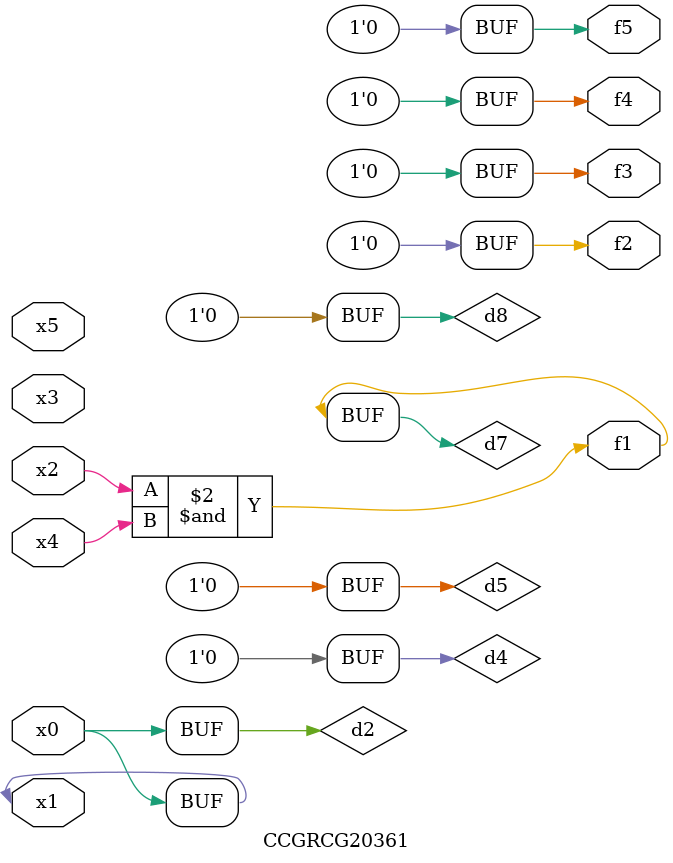
<source format=v>
module CCGRCG20361(
	input x0, x1, x2, x3, x4, x5,
	output f1, f2, f3, f4, f5
);

	wire d1, d2, d3, d4, d5, d6, d7, d8, d9;

	nand (d1, x1);
	buf (d2, x0, x1);
	nand (d3, x2, x4);
	and (d4, d1, d2);
	and (d5, d1, d2);
	nand (d6, d1, d3);
	not (d7, d3);
	xor (d8, d5);
	nor (d9, d5, d6);
	assign f1 = d7;
	assign f2 = d8;
	assign f3 = d8;
	assign f4 = d8;
	assign f5 = d8;
endmodule

</source>
